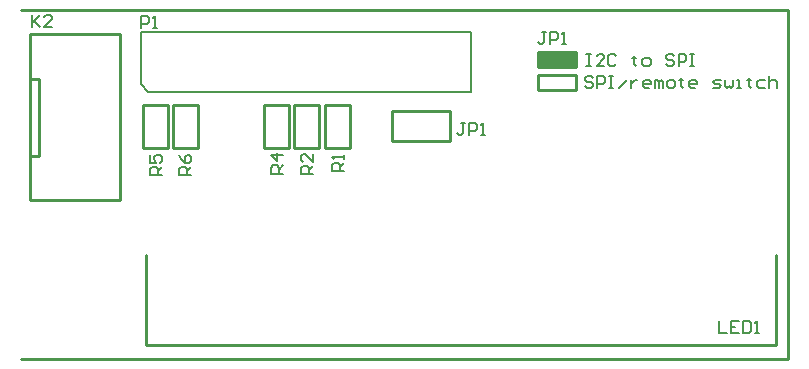
<source format=gto>
G04 Layer_Color=65535*
%FSLAX42Y42*%
%MOMM*%
G71*
G01*
G75*
%ADD13C,0.25*%
%ADD30C,0.20*%
%ADD31C,0.18*%
D13*
X7383Y5490D02*
X7690D01*
X7383Y5501D02*
X7690D01*
X7383Y5520D02*
X7690D01*
X7383Y5540D02*
X7690D01*
X7390Y5560D02*
X7700D01*
X7383Y5580D02*
X7700D01*
X7446Y5397D02*
X7700D01*
Y5271D02*
Y5397D01*
X7383Y5271D02*
X7700D01*
X7383D02*
Y5397D01*
X7446D01*
X7383Y5598D02*
X7446D01*
X7383Y5471D02*
Y5598D01*
Y5471D02*
X7700D01*
Y5598D01*
X7446D02*
X7700D01*
X5576Y5149D02*
X5789D01*
X5576Y4781D02*
X5789D01*
Y5149D01*
X5576Y4781D02*
Y5149D01*
X5313Y4781D02*
X5527D01*
X5313Y5149D02*
X5527D01*
X5313Y4781D02*
Y5149D01*
X5527Y4781D02*
Y5149D01*
X5058Y4781D02*
X5272D01*
X5058Y5149D02*
X5272D01*
X5058Y4781D02*
Y5149D01*
X5272Y4781D02*
Y5149D01*
X4286Y5149D02*
X4499D01*
X4286Y4781D02*
X4499D01*
Y5149D01*
X4286Y4781D02*
Y5149D01*
X4036D02*
X4249D01*
X4036Y4781D02*
X4249D01*
Y5149D01*
X4036Y4781D02*
Y5149D01*
X6141Y4840D02*
Y5094D01*
X6636Y4840D02*
Y5094D01*
X6141D02*
X6623D01*
X6141Y4840D02*
X6623D01*
X4064Y3111D02*
Y3874D01*
X9398Y3111D02*
Y3874D01*
X4064Y3111D02*
X9398D01*
X3093Y4717D02*
X3153D01*
Y5367D01*
X3083D02*
X3153D01*
X3080Y5117D02*
Y5752D01*
Y4799D02*
Y5181D01*
Y4347D02*
Y4799D01*
X3842Y4347D02*
Y5752D01*
X3080Y4347D02*
X3842D01*
X3080Y5752D02*
X3842D01*
X3000Y5952D02*
X9486D01*
X3000Y3000D02*
X9498D01*
Y2999D02*
Y5952D01*
D30*
X4017Y5322D02*
Y5766D01*
Y5322D02*
X4081Y5258D01*
X6811D01*
Y5766D01*
X4017D02*
X6811D01*
D31*
X4015Y5803D02*
Y5904D01*
X4066D01*
X4083Y5887D01*
Y5853D01*
X4066Y5836D01*
X4015D01*
X4117Y5803D02*
X4150D01*
X4133D01*
Y5904D01*
X4117Y5887D01*
X8910Y3319D02*
Y3217D01*
X8978D01*
X9079Y3319D02*
X9012D01*
Y3217D01*
X9079D01*
X9012Y3268D02*
X9045D01*
X9113Y3319D02*
Y3217D01*
X9164D01*
X9181Y3234D01*
Y3302D01*
X9164Y3319D01*
X9113D01*
X9215Y3217D02*
X9249D01*
X9232D01*
Y3319D01*
X9215Y3302D01*
X4442Y4553D02*
X4341D01*
Y4603D01*
X4358Y4620D01*
X4392D01*
X4409Y4603D01*
Y4553D01*
Y4586D02*
X4442Y4620D01*
X4341Y4722D02*
X4358Y4688D01*
X4392Y4654D01*
X4426D01*
X4442Y4671D01*
Y4705D01*
X4426Y4722D01*
X4409D01*
X4392Y4705D01*
Y4654D01*
X4195Y4553D02*
X4093D01*
Y4603D01*
X4110Y4620D01*
X4144D01*
X4161Y4603D01*
Y4553D01*
Y4586D02*
X4195Y4620D01*
X4093Y4722D02*
Y4654D01*
X4144D01*
X4127Y4688D01*
Y4705D01*
X4144Y4722D01*
X4178D01*
X4195Y4705D01*
Y4671D01*
X4178Y4654D01*
X5217Y4567D02*
X5116D01*
Y4618D01*
X5133Y4635D01*
X5167D01*
X5184Y4618D01*
Y4567D01*
Y4601D02*
X5217Y4635D01*
Y4720D02*
X5116D01*
X5167Y4669D01*
Y4737D01*
X5472Y4562D02*
X5371D01*
Y4613D01*
X5388Y4630D01*
X5422D01*
X5439Y4613D01*
Y4562D01*
Y4596D02*
X5472Y4630D01*
Y4732D02*
Y4664D01*
X5405Y4732D01*
X5388D01*
X5371Y4715D01*
Y4681D01*
X5388Y4664D01*
X5738Y4590D02*
X5636D01*
Y4641D01*
X5653Y4658D01*
X5687D01*
X5704Y4641D01*
Y4590D01*
Y4624D02*
X5738Y4658D01*
Y4692D02*
Y4725D01*
Y4708D01*
X5636D01*
X5653Y4692D01*
X6763Y4999D02*
X6729D01*
X6746D01*
Y4914D01*
X6729Y4897D01*
X6712D01*
X6695Y4914D01*
X6797Y4897D02*
Y4999D01*
X6847D01*
X6864Y4982D01*
Y4948D01*
X6847Y4931D01*
X6797D01*
X6898Y4897D02*
X6932D01*
X6915D01*
Y4999D01*
X6898Y4982D01*
X3095Y5907D02*
Y5805D01*
Y5839D01*
X3163Y5907D01*
X3112Y5856D01*
X3163Y5805D01*
X3264D02*
X3197D01*
X3264Y5873D01*
Y5890D01*
X3247Y5907D01*
X3213D01*
X3197Y5890D01*
X7848Y5375D02*
X7831Y5392D01*
X7797D01*
X7780Y5375D01*
Y5358D01*
X7797Y5341D01*
X7831D01*
X7848Y5324D01*
Y5307D01*
X7831Y5290D01*
X7797D01*
X7780Y5307D01*
X7882Y5290D02*
Y5392D01*
X7932D01*
X7949Y5375D01*
Y5341D01*
X7932Y5324D01*
X7882D01*
X7983Y5392D02*
X8017D01*
X8000D01*
Y5290D01*
X7983D01*
X8017D01*
X8068D02*
X8135Y5358D01*
X8169D02*
Y5290D01*
Y5324D01*
X8186Y5341D01*
X8203Y5358D01*
X8220D01*
X8322Y5290D02*
X8288D01*
X8271Y5307D01*
Y5341D01*
X8288Y5358D01*
X8322D01*
X8339Y5341D01*
Y5324D01*
X8271D01*
X8372Y5290D02*
Y5358D01*
X8389D01*
X8406Y5341D01*
Y5290D01*
Y5341D01*
X8423Y5358D01*
X8440Y5341D01*
Y5290D01*
X8491D02*
X8525D01*
X8542Y5307D01*
Y5341D01*
X8525Y5358D01*
X8491D01*
X8474Y5341D01*
Y5307D01*
X8491Y5290D01*
X8593Y5375D02*
Y5358D01*
X8576D01*
X8609D01*
X8593D01*
Y5307D01*
X8609Y5290D01*
X8711D02*
X8677D01*
X8660Y5307D01*
Y5341D01*
X8677Y5358D01*
X8711D01*
X8728Y5341D01*
Y5324D01*
X8660D01*
X8863Y5290D02*
X8914D01*
X8931Y5307D01*
X8914Y5324D01*
X8880D01*
X8863Y5341D01*
X8880Y5358D01*
X8931D01*
X8965D02*
Y5307D01*
X8982Y5290D01*
X8999Y5307D01*
X9016Y5290D01*
X9033Y5307D01*
Y5358D01*
X9067Y5290D02*
X9100D01*
X9083D01*
Y5358D01*
X9067D01*
X9168Y5375D02*
Y5358D01*
X9151D01*
X9185D01*
X9168D01*
Y5307D01*
X9185Y5290D01*
X9304Y5358D02*
X9253D01*
X9236Y5341D01*
Y5307D01*
X9253Y5290D01*
X9304D01*
X9337Y5392D02*
Y5290D01*
Y5341D01*
X9354Y5358D01*
X9388D01*
X9405Y5341D01*
Y5290D01*
X7790Y5582D02*
X7824D01*
X7807D01*
Y5480D01*
X7790D01*
X7824D01*
X7942D02*
X7875D01*
X7942Y5548D01*
Y5565D01*
X7925Y5582D01*
X7892D01*
X7875Y5565D01*
X8044D02*
X8027Y5582D01*
X7993D01*
X7976Y5565D01*
Y5497D01*
X7993Y5480D01*
X8027D01*
X8044Y5497D01*
X8196Y5565D02*
Y5548D01*
X8179D01*
X8213D01*
X8196D01*
Y5497D01*
X8213Y5480D01*
X8281D02*
X8315D01*
X8332Y5497D01*
Y5531D01*
X8315Y5548D01*
X8281D01*
X8264Y5531D01*
Y5497D01*
X8281Y5480D01*
X8535Y5565D02*
X8518Y5582D01*
X8484D01*
X8467Y5565D01*
Y5548D01*
X8484Y5531D01*
X8518D01*
X8535Y5514D01*
Y5497D01*
X8518Y5480D01*
X8484D01*
X8467Y5497D01*
X8569Y5480D02*
Y5582D01*
X8619D01*
X8636Y5565D01*
Y5531D01*
X8619Y5514D01*
X8569D01*
X8670Y5582D02*
X8704D01*
X8687D01*
Y5480D01*
X8670D01*
X8704D01*
X7450Y5763D02*
X7416D01*
X7433D01*
Y5678D01*
X7416Y5662D01*
X7399D01*
X7383Y5678D01*
X7484Y5662D02*
Y5763D01*
X7535D01*
X7552Y5746D01*
Y5712D01*
X7535Y5695D01*
X7484D01*
X7586Y5662D02*
X7619D01*
X7603D01*
Y5763D01*
X7586Y5746D01*
M02*

</source>
